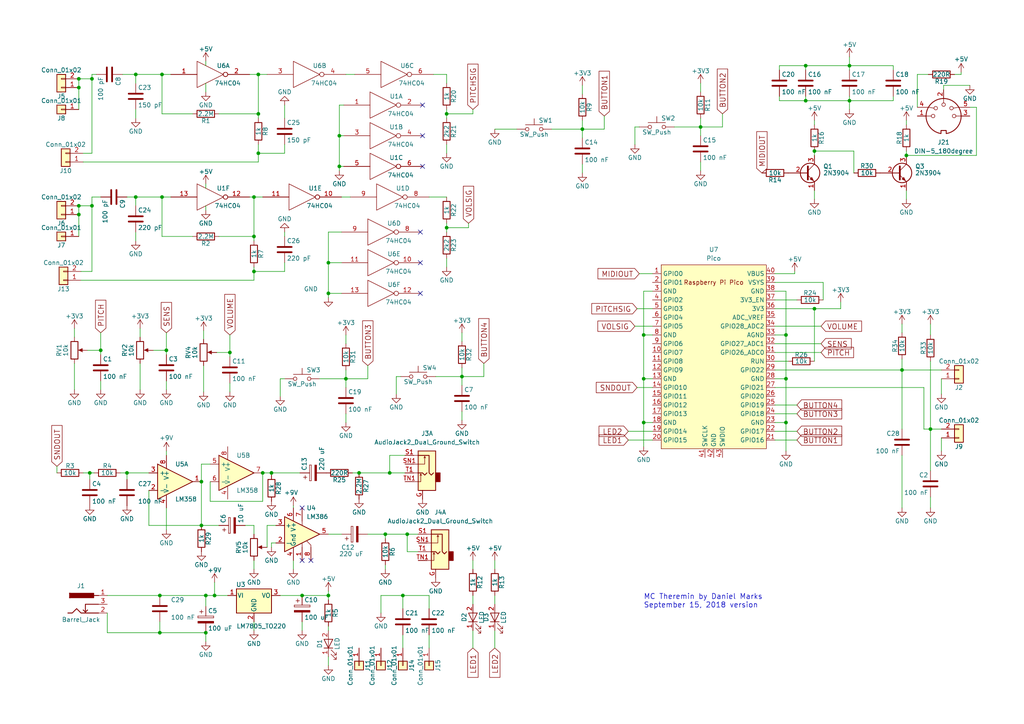
<source format=kicad_sch>
(kicad_sch (version 20230121) (generator eeschema)
  (paper "A4")
  (junction (at 22.86 22.86))
  (junction (at 233.68 19.05))
  (junction (at 129.54 33.02))
  (junction (at 62.23 172.72))
  (junction (at 246.38 19.05))
  (junction (at 22.86 62.23))
  (junction (at 168.91 37.465))
  (junction (at 87.63 172.72))
  (junction (at 227.965 97.155))
  (junction (at 133.985 109.22))
  (junction (at 26.67 59.69))
  (junction (at 73.66 78.74))
  (junction (at 74.93 21.59))
  (junction (at 98.425 39.37))
  (junction (at 59.69 172.72))
  (junction (at 59.69 183.515))
  (junction (at 111.76 154.94))
  (junction (at 98.425 48.26))
  (junction (at 66.675 102.235))
  (junction (at 36.83 137.16))
  (junction (at 129.54 66.04))
  (junction (at 29.21 101.6))
  (junction (at 39.37 57.15))
  (junction (at 26.035 137.16))
  (junction (at 74.93 44.45))
  (junction (at 113.03 137.16))
  (junction (at 95.25 172.72))
  (junction (at 236.22 43.815))
  (junction (at 26.67 22.86))
  (junction (at 95.25 85.09))
  (junction (at 46.99 21.59))
  (junction (at 203.2 36.83))
  (junction (at 73.66 57.15))
  (junction (at 46.99 57.15))
  (junction (at 22.86 59.69))
  (junction (at 227.965 122.555))
  (junction (at 58.42 139.7))
  (junction (at 269.875 124.46))
  (junction (at 48.26 101.6))
  (junction (at 46.355 183.515))
  (junction (at 76.2 137.16))
  (junction (at 186.69 97.155))
  (junction (at 227.965 109.855))
  (junction (at 116.84 172.72))
  (junction (at 262.89 45.085))
  (junction (at 118.11 154.94))
  (junction (at 78.74 137.16))
  (junction (at 95.25 76.2))
  (junction (at 100.33 109.855))
  (junction (at 246.38 29.21))
  (junction (at 46.355 172.72))
  (junction (at 186.69 109.855))
  (junction (at 73.66 68.58))
  (junction (at 236.22 89.535))
  (junction (at 22.86 25.4))
  (junction (at 261.62 107.315))
  (junction (at 74.93 33.02))
  (junction (at 104.14 137.16))
  (junction (at 39.37 21.59))
  (junction (at 233.68 29.21))
  (junction (at 58.42 152.4))
  (junction (at 186.69 122.555))
  (no_connect (at 87.63 147.32))
  (no_connect (at 122.555 30.48))
  (no_connect (at 121.92 76.2))
  (no_connect (at 121.92 67.31))
  (no_connect (at 87.63 162.56))
  (no_connect (at 90.17 162.56))
  (no_connect (at 122.555 39.37))
  (no_connect (at 121.92 85.09))
  (no_connect (at 122.555 48.26))
  (wire (pts (xy 39.37 24.13) (xy 39.37 21.59)))
  (wire (pts (xy 224.79 117.475) (xy 231.14 117.475)))
  (wire (pts (xy 22.86 22.86) (xy 26.67 22.86)))
  (wire (pts (xy 100.33 109.855) (xy 100.33 112.395)))
  (wire (pts (xy 85.09 165.1) (xy 85.09 162.56)))
  (wire (pts (xy 129.54 77.47) (xy 129.54 74.93)))
  (wire (pts (xy 276.86 21.59) (xy 278.765 21.59)))
  (wire (pts (xy 236.22 55.245) (xy 236.22 57.785)))
  (wire (pts (xy 233.68 29.21) (xy 233.68 27.94)))
  (wire (pts (xy 36.83 57.15) (xy 39.37 57.15)))
  (wire (pts (xy 184.15 36.83) (xy 185.42 36.83)))
  (wire (pts (xy 246.38 19.05) (xy 259.08 19.05)))
  (wire (pts (xy 129.54 21.59) (xy 129.54 24.13)))
  (wire (pts (xy 87.63 172.72) (xy 95.25 172.72)))
  (wire (pts (xy 186.69 97.155) (xy 186.69 84.455)))
  (wire (pts (xy 236.22 43.815) (xy 236.22 45.085)))
  (wire (pts (xy 203.2 36.83) (xy 209.55 36.83)))
  (wire (pts (xy 85.09 146.685) (xy 85.09 147.32)))
  (wire (pts (xy 259.08 29.21) (xy 259.08 27.94)))
  (wire (pts (xy 81.28 172.72) (xy 87.63 172.72)))
  (wire (pts (xy 58.42 134.62) (xy 60.96 134.62)))
  (wire (pts (xy 269.875 104.775) (xy 269.875 124.46)))
  (wire (pts (xy 129.54 41.91) (xy 129.54 44.45)))
  (wire (pts (xy 261.62 93.98) (xy 261.62 96.52)))
  (wire (pts (xy 273.05 127) (xy 273.05 130.81)))
  (wire (pts (xy 55.88 33.02) (xy 46.99 33.02)))
  (wire (pts (xy 168.91 34.925) (xy 168.91 37.465)))
  (wire (pts (xy 224.79 127.635) (xy 231.14 127.635)))
  (wire (pts (xy 58.42 139.7) (xy 58.42 152.4)))
  (wire (pts (xy 95.25 85.09) (xy 95.25 86.36)))
  (wire (pts (xy 58.42 139.7) (xy 58.42 134.62)))
  (wire (pts (xy 110.49 172.72) (xy 116.84 172.72)))
  (wire (pts (xy 186.69 109.855) (xy 186.69 97.155)))
  (wire (pts (xy 82.55 78.74) (xy 82.55 76.2)))
  (wire (pts (xy 203.2 24.13) (xy 203.2 26.67)))
  (wire (pts (xy 129.54 66.04) (xy 129.54 67.31)))
  (wire (pts (xy 26.67 22.86) (xy 26.67 44.45)))
  (wire (pts (xy 31.115 183.515) (xy 31.115 177.8)))
  (wire (pts (xy 129.54 64.77) (xy 129.54 66.04)))
  (wire (pts (xy 95.25 76.2) (xy 99.06 76.2)))
  (wire (pts (xy 269.875 124.46) (xy 269.875 136.525)))
  (wire (pts (xy 29.21 101.6) (xy 25.4 101.6)))
  (wire (pts (xy 100.33 120.015) (xy 100.33 122.555)))
  (wire (pts (xy 66.675 102.235) (xy 66.675 103.505)))
  (wire (pts (xy 224.79 81.915) (xy 238.76 81.915)))
  (wire (pts (xy 31.115 172.72) (xy 46.355 172.72)))
  (wire (pts (xy 46.99 68.58) (xy 55.88 68.58)))
  (wire (pts (xy 106.68 109.855) (xy 106.68 106.045)))
  (wire (pts (xy 95.25 172.72) (xy 95.25 173.99)))
  (wire (pts (xy 137.16 162.56) (xy 137.16 165.1)))
  (wire (pts (xy 135.89 64.77) (xy 135.89 66.04)))
  (wire (pts (xy 31.115 183.515) (xy 46.355 183.515)))
  (wire (pts (xy 74.93 21.59) (xy 77.47 21.59)))
  (wire (pts (xy 26.67 57.15) (xy 26.67 59.69)))
  (wire (pts (xy 273.05 109.855) (xy 273.05 114.3)))
  (wire (pts (xy 278.765 21.59) (xy 278.765 20.955)))
  (wire (pts (xy 226.06 20.32) (xy 226.06 19.05)))
  (wire (pts (xy 129.54 33.02) (xy 129.54 34.29)))
  (wire (pts (xy 48.26 101.6) (xy 48.26 102.87)))
  (wire (pts (xy 186.69 84.455) (xy 189.23 84.455)))
  (wire (pts (xy 26.035 137.16) (xy 27.305 137.16)))
  (wire (pts (xy 36.83 137.16) (xy 34.925 137.16)))
  (wire (pts (xy 81.28 109.855) (xy 81.28 114.935)))
  (wire (pts (xy 224.79 79.375) (xy 230.505 79.375)))
  (wire (pts (xy 35.56 21.59) (xy 39.37 21.59)))
  (wire (pts (xy 82.55 44.45) (xy 82.55 41.91)))
  (wire (pts (xy 195.58 36.83) (xy 203.2 36.83)))
  (wire (pts (xy 168.91 37.465) (xy 175.26 37.465)))
  (wire (pts (xy 133.985 109.22) (xy 140.335 109.22)))
  (wire (pts (xy 233.68 20.32) (xy 233.68 19.05)))
  (wire (pts (xy 26.67 59.69) (xy 26.67 78.74)))
  (wire (pts (xy 74.93 46.99) (xy 74.93 44.45)))
  (wire (pts (xy 98.425 30.48) (xy 98.425 39.37)))
  (wire (pts (xy 259.08 19.05) (xy 259.08 20.32)))
  (wire (pts (xy 124.46 184.15) (xy 124.46 187.96)))
  (wire (pts (xy 262.89 45.085) (xy 283.21 45.085)))
  (wire (pts (xy 29.21 110.49) (xy 29.21 113.03)))
  (wire (pts (xy 224.79 125.095) (xy 231.14 125.095)))
  (wire (pts (xy 247.65 43.815) (xy 247.65 50.165)))
  (wire (pts (xy 21.59 95.25) (xy 21.59 97.79)))
  (wire (pts (xy 267.97 124.46) (xy 267.97 112.395)))
  (wire (pts (xy 48.26 130.81) (xy 48.26 132.08)))
  (wire (pts (xy 16.51 135.255) (xy 16.51 137.16)))
  (wire (pts (xy 77.47 152.4) (xy 80.01 152.4)))
  (wire (pts (xy 227.965 109.855) (xy 227.965 97.155)))
  (wire (pts (xy 236.22 89.535) (xy 236.22 104.775)))
  (wire (pts (xy 78.74 157.48) (xy 80.01 157.48)))
  (wire (pts (xy 95.25 193.04) (xy 95.25 190.5)))
  (wire (pts (xy 246.38 27.94) (xy 246.38 29.21)))
  (wire (pts (xy 246.38 29.21) (xy 246.38 31.75)))
  (wire (pts (xy 100.33 97.155) (xy 100.33 99.695)))
  (wire (pts (xy 59.69 24.13) (xy 59.69 26.67)))
  (wire (pts (xy 133.985 106.68) (xy 133.985 109.22)))
  (wire (pts (xy 22.86 59.69) (xy 26.67 59.69)))
  (wire (pts (xy 62.23 172.72) (xy 66.04 172.72)))
  (wire (pts (xy 73.66 81.28) (xy 73.66 78.74)))
  (wire (pts (xy 74.93 44.45) (xy 74.93 41.91)))
  (wire (pts (xy 73.66 68.58) (xy 73.66 69.85)))
  (wire (pts (xy 23.495 81.28) (xy 73.66 81.28)))
  (wire (pts (xy 226.06 27.94) (xy 226.06 29.21)))
  (wire (pts (xy 124.46 172.72) (xy 124.46 176.53)))
  (wire (pts (xy 186.69 97.155) (xy 189.23 97.155)))
  (wire (pts (xy 186.69 129.54) (xy 186.69 122.555)))
  (wire (pts (xy 110.49 177.8) (xy 110.49 172.72)))
  (wire (pts (xy 40.64 95.25) (xy 40.64 97.79)))
  (wire (pts (xy 39.37 57.15) (xy 39.37 59.69)))
  (wire (pts (xy 184.15 36.83) (xy 184.15 41.91)))
  (wire (pts (xy 98.425 30.48) (xy 99.695 30.48)))
  (wire (pts (xy 46.99 21.59) (xy 46.99 33.02)))
  (wire (pts (xy 186.69 122.555) (xy 186.69 109.855)))
  (wire (pts (xy 82.55 67.31) (xy 82.55 68.58)))
  (wire (pts (xy 39.37 67.31) (xy 39.37 69.85)))
  (wire (pts (xy 63.5 33.02) (xy 74.93 33.02)))
  (wire (pts (xy 48.26 110.49) (xy 48.26 113.03)))
  (wire (pts (xy 238.76 81.915) (xy 238.76 86.995)))
  (wire (pts (xy 114.935 109.22) (xy 114.935 114.3)))
  (wire (pts (xy 168.91 47.625) (xy 168.91 50.165)))
  (wire (pts (xy 224.79 104.775) (xy 228.6 104.775)))
  (wire (pts (xy 82.55 30.48) (xy 82.55 34.29)))
  (wire (pts (xy 186.69 109.855) (xy 189.23 109.855)))
  (wire (pts (xy 269.875 124.46) (xy 267.97 124.46)))
  (wire (pts (xy 48.26 101.6) (xy 44.45 101.6)))
  (wire (pts (xy 262.89 55.245) (xy 262.89 57.785)))
  (wire (pts (xy 116.84 172.72) (xy 124.46 172.72)))
  (wire (pts (xy 29.21 57.15) (xy 26.67 57.15)))
  (wire (pts (xy 74.93 44.45) (xy 82.55 44.45)))
  (wire (pts (xy 43.18 152.4) (xy 58.42 152.4)))
  (wire (pts (xy 246.38 29.21) (xy 259.08 29.21)))
  (wire (pts (xy 60.96 145.415) (xy 76.2 145.415)))
  (wire (pts (xy 269.875 144.145) (xy 269.875 147.32)))
  (wire (pts (xy 46.355 183.515) (xy 59.69 183.515)))
  (wire (pts (xy 59.055 95.885) (xy 59.055 98.425)))
  (wire (pts (xy 133.985 96.52) (xy 133.985 99.06)))
  (wire (pts (xy 143.51 187.96) (xy 143.51 182.88)))
  (wire (pts (xy 66.675 97.155) (xy 66.675 102.235)))
  (wire (pts (xy 273.685 26.035) (xy 273.685 24.765)))
  (wire (pts (xy 224.79 89.535) (xy 236.22 89.535)))
  (wire (pts (xy 21.59 113.03) (xy 21.59 105.41)))
  (wire (pts (xy 175.26 37.465) (xy 175.26 33.655)))
  (wire (pts (xy 59.69 172.72) (xy 62.23 172.72)))
  (wire (pts (xy 266.065 21.59) (xy 269.24 21.59)))
  (wire (pts (xy 137.16 31.75) (xy 137.16 33.02)))
  (wire (pts (xy 233.68 19.05) (xy 246.38 19.05)))
  (wire (pts (xy 113.03 132.08) (xy 117.475 132.08)))
  (wire (pts (xy 143.51 162.56) (xy 143.51 165.1)))
  (wire (pts (xy 203.2 34.29) (xy 203.2 36.83)))
  (wire (pts (xy 60.96 139.7) (xy 60.96 145.415)))
  (wire (pts (xy 26.035 137.16) (xy 24.13 137.16)))
  (wire (pts (xy 40.64 113.03) (xy 40.64 105.41)))
  (wire (pts (xy 203.2 46.99) (xy 203.2 49.53)))
  (wire (pts (xy 261.62 104.14) (xy 261.62 107.315)))
  (wire (pts (xy 27.94 21.59) (xy 26.67 21.59)))
  (wire (pts (xy 102.235 137.16) (xy 104.14 137.16)))
  (wire (pts (xy 209.55 36.83) (xy 209.55 33.02)))
  (wire (pts (xy 283.21 31.115) (xy 283.21 45.085)))
  (wire (pts (xy 111.76 154.94) (xy 111.76 156.21)))
  (wire (pts (xy 261.62 107.315) (xy 261.62 124.46)))
  (wire (pts (xy 185.42 79.375) (xy 189.23 79.375)))
  (wire (pts (xy 73.66 68.58) (xy 63.5 68.58)))
  (wire (pts (xy 99.06 154.94) (xy 95.25 154.94)))
  (wire (pts (xy 113.03 137.16) (xy 113.03 132.08)))
  (wire (pts (xy 137.16 33.02) (xy 129.54 33.02)))
  (wire (pts (xy 111.76 163.83) (xy 111.76 165.1)))
  (wire (pts (xy 224.79 99.695) (xy 238.125 99.695)))
  (wire (pts (xy 74.93 21.59) (xy 74.93 33.02)))
  (wire (pts (xy 22.86 25.4) (xy 22.86 31.75)))
  (wire (pts (xy 46.99 21.59) (xy 49.53 21.59)))
  (wire (pts (xy 133.985 119.38) (xy 133.985 121.92)))
  (wire (pts (xy 59.055 113.665) (xy 59.055 106.045)))
  (wire (pts (xy 74.93 33.02) (xy 74.93 34.29)))
  (wire (pts (xy 46.355 172.72) (xy 59.69 172.72)))
  (wire (pts (xy 29.21 101.6) (xy 29.21 102.87)))
  (wire (pts (xy 224.79 86.995) (xy 231.14 86.995)))
  (wire (pts (xy 246.38 19.05) (xy 246.38 20.32)))
  (wire (pts (xy 182.245 125.095) (xy 189.23 125.095)))
  (wire (pts (xy 230.505 78.74) (xy 230.505 79.375)))
  (wire (pts (xy 59.69 17.78) (xy 59.69 19.05)))
  (wire (pts (xy 184.15 94.615) (xy 189.23 94.615)))
  (wire (pts (xy 59.69 53.34) (xy 59.69 54.61)))
  (wire (pts (xy 262.89 34.925) (xy 262.89 36.195)))
  (wire (pts (xy 111.76 154.94) (xy 118.11 154.94)))
  (wire (pts (xy 168.91 37.465) (xy 168.91 40.005)))
  (wire (pts (xy 125.73 21.59) (xy 129.54 21.59)))
  (wire (pts (xy 140.335 109.22) (xy 140.335 105.41)))
  (wire (pts (xy 95.25 76.2) (xy 95.25 85.09)))
  (wire (pts (xy 224.79 112.395) (xy 267.97 112.395)))
  (wire (pts (xy 184.785 112.395) (xy 189.23 112.395)))
  (wire (pts (xy 98.425 48.26) (xy 99.695 48.26)))
  (wire (pts (xy 203.2 36.83) (xy 203.2 39.37)))
  (wire (pts (xy 71.12 152.4) (xy 73.66 152.4)))
  (wire (pts (xy 24.13 46.99) (xy 74.93 46.99)))
  (wire (pts (xy 95.25 67.31) (xy 95.25 76.2)))
  (wire (pts (xy 95.25 67.31) (xy 99.06 67.31)))
  (wire (pts (xy 224.79 94.615) (xy 238.125 94.615)))
  (wire (pts (xy 100.33 21.59) (xy 102.87 21.59)))
  (wire (pts (xy 226.06 19.05) (xy 233.68 19.05)))
  (wire (pts (xy 73.66 182.88) (xy 73.66 180.34)))
  (wire (pts (xy 106.68 154.94) (xy 111.76 154.94)))
  (wire (pts (xy 224.79 102.235) (xy 238.125 102.235)))
  (wire (pts (xy 104.14 137.16) (xy 113.03 137.16)))
  (wire (pts (xy 78.74 137.16) (xy 86.995 137.16)))
  (wire (pts (xy 236.22 43.815) (xy 247.65 43.815)))
  (wire (pts (xy 160.02 37.465) (xy 168.91 37.465)))
  (wire (pts (xy 100.33 107.315) (xy 100.33 109.855)))
  (wire (pts (xy 36.83 139.065) (xy 36.83 137.16)))
  (wire (pts (xy 39.37 21.59) (xy 46.99 21.59)))
  (wire (pts (xy 73.66 78.74) (xy 82.55 78.74)))
  (wire (pts (xy 226.06 29.21) (xy 233.68 29.21)))
  (wire (pts (xy 72.39 21.59) (xy 74.93 21.59)))
  (wire (pts (xy 262.89 43.815) (xy 262.89 45.085)))
  (wire (pts (xy 246.38 16.51) (xy 246.38 19.05)))
  (wire (pts (xy 24.13 44.45) (xy 26.67 44.45)))
  (wire (pts (xy 227.965 122.555) (xy 227.965 109.855)))
  (wire (pts (xy 116.84 172.72) (xy 116.84 176.53)))
  (wire (pts (xy 137.16 172.72) (xy 137.16 175.26)))
  (wire (pts (xy 73.66 57.15) (xy 76.2 57.15)))
  (wire (pts (xy 66.675 111.125) (xy 66.675 113.665)))
  (wire (pts (xy 98.425 39.37) (xy 99.695 39.37)))
  (wire (pts (xy 66.675 102.235) (xy 62.865 102.235)))
  (wire (pts (xy 73.66 165.1) (xy 73.66 162.56)))
  (wire (pts (xy 261.62 132.08) (xy 261.62 147.32)))
  (wire (pts (xy 72.39 57.15) (xy 73.66 57.15)))
  (wire (pts (xy 76.2 145.415) (xy 76.2 137.16)))
  (wire (pts (xy 59.69 172.72) (xy 59.69 175.895)))
  (wire (pts (xy 224.79 122.555) (xy 227.965 122.555)))
  (wire (pts (xy 73.66 77.47) (xy 73.66 78.74)))
  (wire (pts (xy 100.33 109.855) (xy 106.68 109.855)))
  (wire (pts (xy 273.685 24.765) (xy 281.305 24.765)))
  (wire (pts (xy 29.21 96.52) (xy 29.21 101.6)))
  (wire (pts (xy 62.23 172.72) (xy 62.23 168.91)))
  (wire (pts (xy 113.03 137.16) (xy 117.475 137.16)))
  (wire (pts (xy 39.37 31.75) (xy 39.37 34.29)))
  (wire (pts (xy 266.065 31.115) (xy 266.065 21.59)))
  (wire (pts (xy 22.86 22.86) (xy 22.86 25.4)))
  (wire (pts (xy 227.965 130.81) (xy 227.965 122.555)))
  (wire (pts (xy 87.63 180.34) (xy 87.63 182.88)))
  (wire (pts (xy 269.875 93.98) (xy 269.875 97.155)))
  (wire (pts (xy 98.425 39.37) (xy 98.425 48.26)))
  (wire (pts (xy 95.25 85.09) (xy 99.06 85.09)))
  (wire (pts (xy 59.69 59.69) (xy 59.69 60.96)))
  (wire (pts (xy 46.355 180.34) (xy 46.355 183.515)))
  (wire (pts (xy 182.245 127.635) (xy 189.23 127.635)))
  (wire (pts (xy 233.68 29.21) (xy 246.38 29.21)))
  (wire (pts (xy 184.785 89.535) (xy 189.23 89.535)))
  (wire (pts (xy 78.74 158.75) (xy 78.74 157.48)))
  (wire (pts (xy 77.47 158.75) (xy 77.47 152.4)))
  (wire (pts (xy 118.11 160.02) (xy 121.285 160.02)))
  (wire (pts (xy 73.66 57.15) (xy 73.66 68.58)))
  (wire (pts (xy 63.5 152.4) (xy 58.42 152.4)))
  (wire (pts (xy 73.66 152.4) (xy 73.66 154.94)))
  (wire (pts (xy 124.46 57.15) (xy 129.54 57.15)))
  (wire (pts (xy 59.69 183.515) (xy 59.69 186.055)))
  (wire (pts (xy 129.54 31.75) (xy 129.54 33.02)))
  (wire (pts (xy 143.51 172.72) (xy 143.51 175.26)))
  (wire (pts (xy 22.86 59.69) (xy 22.86 62.23)))
  (wire (pts (xy 78.74 137.16) (xy 78.74 137.795)))
  (wire (pts (xy 39.37 57.15) (xy 46.99 57.15)))
  (wire (pts (xy 92.71 109.855) (xy 100.33 109.855)))
  (wire (pts (xy 261.62 107.315) (xy 273.05 107.315)))
  (wire (pts (xy 99.06 57.15) (xy 101.6 57.15)))
  (wire (pts (xy 114.935 109.22) (xy 116.205 109.22)))
  (wire (pts (xy 98.425 48.26) (xy 98.425 49.53)))
  (wire (pts (xy 273.05 124.46) (xy 269.875 124.46)))
  (wire (pts (xy 26.67 21.59) (xy 26.67 22.86)))
  (wire (pts (xy 46.99 57.15) (xy 46.99 68.58)))
  (wire (pts (xy 46.99 57.15) (xy 49.53 57.15)))
  (wire (pts (xy 126.365 109.22) (xy 133.985 109.22)))
  (wire (pts (xy 43.18 142.24) (xy 43.18 152.4)))
  (wire (pts (xy 26.035 137.16) (xy 26.035 139.065)))
  (wire (pts (xy 227.965 84.455) (xy 224.79 84.455)))
  (wire (pts (xy 281.305 31.115) (xy 283.21 31.115)))
  (wire (pts (xy 22.86 62.23) (xy 22.86 68.58)))
  (wire (pts (xy 81.28 109.855) (xy 82.55 109.855)))
  (wire (pts (xy 36.83 137.16) (xy 43.18 137.16)))
  (wire (pts (xy 48.26 96.52) (xy 48.26 101.6)))
  (wire (pts (xy 243.84 89.535) (xy 243.84 87.63)))
  (wire (pts (xy 116.84 184.15) (xy 116.84 187.96)))
  (wire (pts (xy 236.22 34.925) (xy 236.22 36.195)))
  (wire (pts (xy 135.89 66.04) (xy 129.54 66.04)))
  (wire (pts (xy 227.965 97.155) (xy 227.965 84.455)))
  (wire (pts (xy 224.79 107.315) (xy 261.62 107.315)))
  (wire (pts (xy 76.2 137.16) (xy 78.74 137.16)))
  (wire (pts (xy 186.69 122.555) (xy 189.23 122.555)))
  (wire (pts (xy 95.25 181.61) (xy 95.25 182.88)))
  (wire (pts (xy 95.25 171.45) (xy 95.25 172.72)))
  (wire (pts (xy 118.11 154.94) (xy 121.285 154.94)))
  (wire (pts (xy 137.16 187.96) (xy 137.16 182.88)))
  (wire (pts (xy 133.985 109.22) (xy 133.985 111.76)))
  (wire (pts (xy 143.51 37.465) (xy 149.86 37.465)))
  (wire (pts (xy 224.79 109.855) (xy 227.965 109.855)))
  (wire (pts (xy 236.22 89.535) (xy 243.84 89.535)))
  (wire (pts (xy 118.11 154.94) (xy 118.11 160.02)))
  (wire (pts (xy 224.79 97.155) (xy 227.965 97.155)))
  (wire (pts (xy 224.79 120.015) (xy 231.14 120.015)))
  (wire (pts (xy 48.26 153.67) (xy 48.26 147.32)))
  (wire (pts (xy 168.91 24.765) (xy 168.91 27.305)))
  (wire (pts (xy 23.495 78.74) (xy 26.67 78.74)))
  (text "MC Theremin by Daniel Marks\nSeptember 15, 2018 version" (at 186.69 176.53 0) (effects (font (size 1.524 1.524)) (justify left bottom)))
  (global_label "BUTTON1" (shape input) (at 231.14 127.635 0) (effects (font (size 1.524 1.524))) (property "Intersheetrefs" "${INTERSHEET_REFS}" (effects hide)))
  (global_label "BUTTON3" (shape input) (at 231.14 120.015 0) (effects (font (size 1.524 1.524))) (property "Intersheetrefs" "${INTERSHEET_REFS}" (effects hide)))
  (global_label "PITCH" (shape input) (at 238.125 102.235 0) (effects (font (size 1.524 1.524))) (property "Intersheetrefs" "${INTERSHEET_REFS}" (effects hide)))
  (global_label "BUTTON2" (shape input) (at 231.14 125.095 0) (effects (font (size 1.524 1.524))) (property "Intersheetrefs" "${INTERSHEET_REFS}" (effects hide)))
  (global_label "SNDOUT" (shape input) (at 184.785 112.395 180) (effects (font (size 1.524 1.524))) (property "Intersheetrefs" "${INTERSHEET_REFS}" (effects hide)))
  (global_label "BUTTON4" (shape input) (at 140.335 105.41 90) (effects (font (size 1.524 1.524))) (property "Intersheetrefs" "${INTERSHEET_REFS}" (effects hide)))
  (global_label "SNDOUT" (shape input) (at 16.51 135.255 90) (effects (font (size 1.524 1.524))) (property "Intersheetrefs" "${INTERSHEET_REFS}" (effects hide)))
  (global_label "MIDIOUT" (shape input) (at 220.98 50.165 90) (effects (font (size 1.524 1.524))) (property "Intersheetrefs" "${INTERSHEET_REFS}" (effects hide)))
  (global_label "VOLUME" (shape input) (at 66.675 97.155 90) (effects (font (size 1.524 1.524))) (property "Intersheetrefs" "${INTERSHEET_REFS}" (effects hide)))
  (global_label "VOLSIG" (shape input) (at 184.15 94.615 180) (effects (font (size 1.524 1.524))) (property "Intersheetrefs" "${INTERSHEET_REFS}" (effects hide)))
  (global_label "SENS" (shape input) (at 238.125 99.695 0) (effects (font (size 1.524 1.524))) (property "Intersheetrefs" "${INTERSHEET_REFS}" (effects hide)))
  (global_label "PITCH" (shape input) (at 29.21 96.52 90) (effects (font (size 1.524 1.524))) (property "Intersheetrefs" "${INTERSHEET_REFS}" (effects hide)))
  (global_label "VOLSIG" (shape input) (at 135.89 64.77 90) (effects (font (size 1.524 1.524))) (property "Intersheetrefs" "${INTERSHEET_REFS}" (effects hide)))
  (global_label "PITCHSIG" (shape input) (at 137.16 31.75 90) (effects (font (size 1.524 1.524))) (property "Intersheetrefs" "${INTERSHEET_REFS}" (effects hide)))
  (global_label "VOLUME" (shape input) (at 238.125 94.615 0) (effects (font (size 1.524 1.524))) (property "Intersheetrefs" "${INTERSHEET_REFS}" (effects hide)))
  (global_label "BUTTON4" (shape input) (at 231.14 117.475 0) (effects (font (size 1.524 1.524))) (property "Intersheetrefs" "${INTERSHEET_REFS}" (effects hide)))
  (global_label "LED1" (shape input) (at 137.16 187.96 270) (effects (font (size 1.524 1.524))) (property "Intersheetrefs" "${INTERSHEET_REFS}" (effects hide)))
  (global_label "PITCHSIG" (shape input) (at 184.785 89.535 180) (effects (font (size 1.524 1.524))) (property "Intersheetrefs" "${INTERSHEET_REFS}" (effects hide)))
  (global_label "SENS" (shape input) (at 48.26 96.52 90) (effects (font (size 1.524 1.524))) (property "Intersheetrefs" "${INTERSHEET_REFS}" (effects hide)))
  (global_label "LED2" (shape input) (at 143.51 187.96 270) (effects (font (size 1.524 1.524))) (property "Intersheetrefs" "${INTERSHEET_REFS}" (effects hide)))
  (global_label "LED1" (shape input) (at 182.245 127.635 180) (effects (font (size 1.524 1.524))) (property "Intersheetrefs" "${INTERSHEET_REFS}" (effects hide)))
  (global_label "BUTTON1" (shape input) (at 175.26 33.655 90) (effects (font (size 1.524 1.524))) (property "Intersheetrefs" "${INTERSHEET_REFS}" (effects hide)))
  (global_label "BUTTON3" (shape input) (at 106.68 106.045 90) (effects (font (size 1.524 1.524))) (property "Intersheetrefs" "${INTERSHEET_REFS}" (effects hide)))
  (global_label "LED2" (shape input) (at 182.245 125.095 180) (effects (font (size 1.524 1.524))) (property "Intersheetrefs" "${INTERSHEET_REFS}" (effects hide)))
  (global_label "MIDIOUT" (shape input) (at 185.42 79.375 180) (effects (font (size 1.524 1.524))) (property "Intersheetrefs" "${INTERSHEET_REFS}" (effects hide)))
  (global_label "BUTTON2" (shape input) (at 209.55 33.02 90) (effects (font (size 1.524 1.524))) (property "Intersheetrefs" "${INTERSHEET_REFS}" (effects hide)))
  (symbol (lib_id "MCTheremin-rescue:74HC04") (at 111.125 30.48 0) (unit 1)
    (property "Reference" "U1" (at 114.935 27.94 0))
    (property "Value" "74HC04" (at 116.205 33.02 0))
    (property "Footprint" "Housings_DIP:DIP-14_W7.62mm_Socket" (effects hide))
  )
  (symbol (lib_id "MCTheremin-rescue:74HC04") (at 111.125 48.26 0) (unit 3)
    (property "Reference" "U1" (at 114.935 45.72 0))
    (property "Value" "74HC04" (at 116.205 50.8 0))
    (property "Footprint" "Housings_DIP:DIP-14_W7.62mm_Socket" (effects hide))
  )
  (symbol (lib_id "MCTheremin-rescue:74HC04") (at 87.63 57.15 0) (unit 5)
    (property "Reference" "U1" (at 91.44 54.61 0))
    (property "Value" "74HC04" (at 92.71 59.69 0))
    (property "Footprint" "Housings_DIP:DIP-14_W7.62mm_Socket" (effects hide))
  )
  (symbol (lib_id "MCTheremin-rescue:74HC04") (at 111.125 39.37 0) (unit 2)
    (property "Reference" "U1" (at 114.935 36.83 0))
    (property "Value" "74HC04" (at 116.205 41.91 0))
    (property "Footprint" "Housings_DIP:DIP-14_W7.62mm_Socket" (effects hide))
  )
  (symbol (lib_id "MCTheremin-rescue:74HC04") (at 113.03 57.15 0) (unit 4)
    (property "Reference" "U1" (at 116.84 54.61 0))
    (property "Value" "74HC04" (at 118.11 59.69 0))
    (property "Footprint" "Housings_DIP:DIP-14_W7.62mm_Socket" (effects hide))
  )
  (symbol (lib_id "MCTheremin-rescue:74HC04") (at 60.96 57.15 0) (unit 6)
    (property "Reference" "U1" (at 64.77 54.61 0))
    (property "Value" "74HC04" (at 66.04 59.69 0))
    (property "Footprint" "Housings_DIP:DIP-14_W7.62mm_Socket" (effects hide))
  )
  (symbol (lib_id "MCTheremin-rescue:Conn_01x02") (at 17.78 25.4 180) (unit 1)
    (property "Reference" "J5" (at 17.78 27.94 0))
    (property "Value" "Conn_01x02" (at 17.78 20.32 0))
    (property "Footprint" "TerminalBlock:TerminalBlock_bornier-2_P5.08mm" (effects hide))
  )
  (symbol (lib_id "MCTheremin-rescue:Conn_01x02") (at 17.78 62.23 180) (unit 1)
    (property "Reference" "J6" (at 17.78 64.77 0))
    (property "Value" "Conn_01x02" (at 17.78 57.15 0))
    (property "Footprint" "TerminalBlock:TerminalBlock_bornier-2_P5.08mm" (effects hide))
  )
  (symbol (lib_id "MCTheremin-rescue:POT") (at 21.59 101.6 0) (unit 1)
    (property "Reference" "RV1" (at 17.145 101.6 90))
    (property "Value" "10k" (at 19.05 101.6 90))
    (property "Footprint" "MCTheremin:Potentiometer_Big_Small_Combined" (effects hide))
  )
  (symbol (lib_id "MCTheremin-rescue:+3V3") (at 21.59 95.25 0) (unit 1)
    (property "Reference" "#PWR04" (effects hide))
    (property "Value" "+3V3" (at 21.59 91.694 0))
  )
  (symbol (lib_id "MCTheremin-rescue:GND") (at 21.59 113.03 0) (unit 1)
    (property "Reference" "#PWR05" (effects hide))
    (property "Value" "GND" (at 21.59 116.84 0))
  )
  (symbol (lib_id "MCTheremin-rescue:C") (at 29.21 106.68 0) (unit 1)
    (property "Reference" "C1" (at 29.845 104.14 0) (effects (justify left)))
    (property "Value" "100 nF" (at 29.845 109.22 0) (effects (justify left)))
    (property "Footprint" "Capacitors_THT:C_Disc_D5.0mm_W2.5mm_P5.00mm" (effects hide))
  )
  (symbol (lib_id "MCTheremin-rescue:GND") (at 29.21 113.03 0) (unit 1)
    (property "Reference" "#PWR06" (effects hide))
    (property "Value" "GND" (at 29.21 116.84 0))
  )
  (symbol (lib_id "MCTheremin-rescue:POT") (at 40.64 101.6 0) (unit 1)
    (property "Reference" "RV2" (at 36.195 101.6 90))
    (property "Value" "10k" (at 38.1 101.6 90))
    (property "Footprint" "MCTheremin:Potentiometer_Big_Small_Combined" (effects hide))
  )
  (symbol (lib_id "MCTheremin-rescue:+3V3") (at 40.64 95.25 0) (unit 1)
    (property "Reference" "#PWR07" (effects hide))
    (property "Value" "+3V3" (at 40.64 91.694 0))
  )
  (symbol (lib_id "MCTheremin-rescue:GND") (at 40.64 113.03 0) (unit 1)
    (property "Reference" "#PWR08" (effects hide))
    (property "Value" "GND" (at 40.64 116.84 0))
  )
  (symbol (lib_id "MCTheremin-rescue:C") (at 48.26 106.68 0) (unit 1)
    (property "Reference" "C3" (at 48.895 104.14 0) (effects (justify left)))
    (property "Value" "100 nF" (at 48.895 109.22 0) (effects (justify left)))
    (property "Footprint" "Capacitors_THT:C_Disc_D5.0mm_W2.5mm_P5.00mm" (effects hide))
  )
  (symbol (lib_id "MCTheremin-rescue:GND") (at 48.26 113.03 0) (unit 1)
    (property "Reference" "#PWR09" (effects hide))
    (property "Value" "GND" (at 48.26 116.84 0))
  )
  (symbol (lib_id "MCTheremin-rescue:POT") (at 59.055 102.235 0) (unit 1)
    (property "Reference" "RV4" (at 54.61 102.235 90))
    (property "Value" "10k" (at 56.515 102.235 90))
    (property "Footprint" "MCTheremin:Potentiometer_Big_Small_Combined" (effects hide))
  )
  (symbol (lib_id "MCTheremin-rescue:+3V3") (at 59.055 95.885 0) (unit 1)
    (property "Reference" "#PWR013" (effects hide))
    (property "Value" "+3V3" (at 59.055 92.329 0))
  )
  (symbol (lib_id "MCTheremin-rescue:GND") (at 59.055 113.665 0) (unit 1)
    (property "Reference" "#PWR014" (effects hide))
    (property "Value" "GND" (at 59.055 117.475 0))
  )
  (symbol (lib_id "MCTheremin-rescue:C") (at 66.675 107.315 0) (unit 1)
    (property "Reference" "C11" (at 67.31 104.775 0) (effects (justify left)))
    (property "Value" "100 nF" (at 67.31 109.855 0) (effects (justify left)))
    (property "Footprint" "Capacitors_THT:C_Disc_D5.0mm_W2.5mm_P5.00mm" (effects hide))
  )
  (symbol (lib_id "MCTheremin-rescue:GND") (at 66.675 113.665 0) (unit 1)
    (property "Reference" "#PWR015" (effects hide))
    (property "Value" "GND" (at 66.675 117.475 0))
  )
  (symbol (lib_id "MCTheremin-rescue:LM386") (at 87.63 154.94 0) (unit 1)
    (property "Reference" "U4" (at 88.9 147.32 0) (effects (justify left)))
    (property "Value" "LM386" (at 88.9 149.86 0) (effects (justify left)))
    (property "Footprint" "Housings_DIP:DIP-8_W7.62mm_Socket" (effects hide))
  )
  (symbol (lib_id "MCTheremin-rescue:CP") (at 67.31 152.4 90) (unit 1)
    (property "Reference" "C6" (at 64.77 151.765 0) (effects (justify left)))
    (property "Value" "10 uF" (at 69.85 151.765 0) (effects (justify left)))
    (property "Footprint" "Capacitor_THT:CP_Radial_D5.0mm_P2.50mm" (effects hide))
  )
  (symbol (lib_id "MCTheremin-rescue:GND") (at 73.66 165.1 0) (unit 1)
    (property "Reference" "#PWR018" (effects hide))
    (property "Value" "GND" (at 73.66 168.91 0))
  )
  (symbol (lib_id "MCTheremin-rescue:GND") (at 78.74 158.75 0) (unit 1)
    (property "Reference" "#PWR019" (effects hide))
    (property "Value" "GND" (at 78.74 162.56 0))
  )
  (symbol (lib_id "MCTheremin-rescue:GND") (at 85.09 165.1 0) (unit 1)
    (property "Reference" "#PWR020" (effects hide))
    (property "Value" "GND" (at 85.09 168.91 0))
  )
  (symbol (lib_id "MCTheremin-rescue:+9V") (at 85.09 146.685 0) (unit 1)
    (property "Reference" "#PWR021" (effects hide))
    (property "Value" "+9V" (at 84.455 142.875 0))
  )
  (symbol (lib_id "MCTheremin-rescue:CP") (at 102.87 154.94 90) (unit 1)
    (property "Reference" "C12" (at 102.87 158.75 90) (effects (justify left)))
    (property "Value" "220 uF" (at 105.41 160.655 90) (effects (justify left)))
    (property "Footprint" "Capacitor_THT:CP_Radial_D5.0mm_P2.50mm" (effects hide))
  )
  (symbol (lib_id "MCTheremin-rescue:Barrel_Jack") (at 23.495 175.26 0) (unit 1)
    (property "Reference" "J1" (at 23.495 169.926 0))
    (property "Value" "Barrel_Jack" (at 23.495 179.705 0))
    (property "Footprint" "Connectors:BARREL_JACK" (effects hide))
  )
  (symbol (lib_id "MCTheremin-rescue:CP") (at 59.69 179.705 0) (unit 1)
    (property "Reference" "C5" (at 60.325 177.165 0) (effects (justify left)))
    (property "Value" "100 uF" (at 60.325 182.245 0) (effects (justify left)))
    (property "Footprint" "Capacitor_THT:CP_Radial_D5.0mm_P2.50mm" (effects hide))
  )
  (symbol (lib_id "MCTheremin-rescue:GND") (at 59.69 186.055 0) (unit 1)
    (property "Reference" "#PWR024" (effects hide))
    (property "Value" "GND" (at 59.69 189.865 0))
  )
  (symbol (lib_id "MCTheremin-rescue:LM7805_TO220") (at 73.66 172.72 0) (unit 1)
    (property "Reference" "U3" (at 69.85 169.545 0))
    (property "Value" "LM7805_TO220" (at 68.58 181.61 0) (effects (justify left)))
    (property "Footprint" "TO_SOT_Packages_THT:TO-220-3_Vertical" (effects hide))
  )
  (symbol (lib_id "MCTheremin-rescue:GND") (at 73.66 182.88 0) (unit 1)
    (property "Reference" "#PWR025" (effects hide))
    (property "Value" "GND" (at 73.66 186.69 0))
  )
  (symbol (lib_id "MCTheremin-rescue:CP") (at 87.63 176.53 0) (unit 1)
    (property "Reference" "C10" (at 88.265 173.99 0) (effects (justify left)))
    (property "Value" "100 uF" (at 88.265 179.07 0) (effects (justify left)))
    (property "Footprint" "Capacitor_THT:CP_Radial_D5.0mm_P2.50mm" (effects hide))
  )
  (symbol (lib_id "MCTheremin-rescue:GND") (at 87.63 182.88 0) (unit 1)
    (property "Reference" "#PWR026" (effects hide))
    (property "Value" "GND" (at 87.63 186.69 0))
  )
  (symbol (lib_id "MCTheremin-rescue:+9V") (at 62.23 168.91 0) (unit 1)
    (property "Reference" "#PWR027" (effects hide))
    (property "Value" "+9V" (at 62.23 165.354 0))
  )
  (symbol (lib_id "MCTheremin-rescue:+5V") (at 95.25 171.45 0) (unit 1)
    (property "Reference" "#PWR028" (effects hide))
    (property "Value" "+5V" (at 95.25 167.894 0))
  )
  (symbol (lib_id "MCTheremin-rescue:R") (at 95.25 177.8 0) (unit 1)
    (property "Reference" "R5" (at 97.282 177.8 90))
    (property "Value" "1k" (at 95.25 177.8 90))
    (property "Footprint" "Resistor_THT:R_Axial_DIN0207_L6.3mm_D2.5mm_P7.62mm_Horizontal" (effects hide))
  )
  (symbol (lib_id "MCTheremin-rescue:LED") (at 95.25 186.69 90) (unit 1)
    (property "Reference" "D1" (at 92.71 186.69 0))
    (property "Value" "LED" (at 97.79 186.69 0))
    (property "Footprint" "LED_THT:LED_D5.0mm" (effects hide))
  )
  (symbol (lib_id "MCTheremin-rescue:GND") (at 95.25 193.04 0) (unit 1)
    (property "Reference" "#PWR029" (effects hide))
    (property "Value" "GND" (at 95.25 196.85 0))
  )
  (symbol (lib_id "MCTheremin-rescue:Conn_01x01") (at 17.78 31.75 180) (unit 1)
    (property "Reference" "J8" (at 17.78 34.29 0))
    (property "Value" "Conn_01x01" (at 17.78 29.21 0))
    (property "Footprint" "Connectors:1pin" (effects hide))
  )
  (symbol (lib_id "MCTheremin-rescue:Conn_01x01") (at 17.78 68.58 180) (unit 1)
    (property "Reference" "J7" (at 17.78 71.12 0))
    (property "Value" "Conn_01x01" (at 17.78 66.04 0))
    (property "Footprint" "Connectors:1pin" (effects hide))
  )
  (symbol (lib_id "MCTheremin-rescue:LM358") (at 50.8 139.7 0) (unit 1)
    (property "Reference" "U5" (at 50.8 134.62 0) (effects (justify left)))
    (property "Value" "LM358" (at 50.8 144.78 0) (effects (justify left)))
    (property "Footprint" "Housings_DIP:DIP-8_W7.62mm_Socket" (effects hide))
  )
  (symbol (lib_id "MCTheremin-rescue:LM358") (at 68.58 137.16 0) (unit 2)
    (property "Reference" "U5" (at 68.58 132.08 0) (effects (justify left)))
    (property "Value" "LM358" (at 68.58 142.24 0) (effects (justify left)))
    (property "Footprint" "Housings_DIP:DIP-8_W7.62mm_Socket" (effects hide))
  )
  (symbol (lib_id "MCTheremin-rescue:CP") (at 90.805 137.16 90) (unit 1)
    (property "Reference" "C13" (at 88.265 136.525 0) (effects (justify left)))
    (property "Value" "220 uF" (at 93.345 136.525 0) (effects (justify left)))
    (property "Footprint" "Capacitor_THT:CP_Radial_D5.0mm_P2.50mm" (effects hide))
  )
  (symbol (lib_id "MCTheremin-rescue:R") (at 111.76 160.02 0) (unit 1)
    (property "Reference" "R6" (at 113.792 160.02 90))
    (property "Value" "10k" (at 111.76 160.02 90))
    (property "Footprint" "Resistor_THT:R_Axial_DIN0207_L6.3mm_D2.5mm_P7.62mm_Horizontal" (effects hide))
  )
  (symbol (lib_id "MCTheremin-rescue:GND") (at 111.76 165.1 0) (unit 1)
    (property "Reference" "#PWR034" (effects hide))
    (property "Value" "GND" (at 111.76 168.91 0))
  )
  (symbol (lib_id "MCTheremin-rescue:SW_Push") (at 154.94 37.465 0) (unit 1)
    (property "Reference" "SW1" (at 156.21 34.925 0) (effects (justify left)))
    (property "Value" "SW_Push" (at 154.94 38.989 0))
    (property "Footprint" "Button_Switch_THT:SW_PUSH_6mm" (effects hide))
  )
  (symbol (lib_id "MCTheremin-rescue:R") (at 168.91 31.115 0) (unit 1)
    (property "Reference" "R9" (at 170.942 31.115 90))
    (property "Value" "10k" (at 168.91 31.115 90))
    (property "Footprint" "Resistor_THT:R_Axial_DIN0207_L6.3mm_D2.5mm_P7.62mm_Horizontal" (effects hide))
  )
  (symbol (lib_id "MCTheremin-rescue:+3V3") (at 168.91 24.765 0) (unit 1)
    (property "Reference" "#PWR037" (effects hide))
    (property "Value" "+3V3" (at 168.91 21.209 0))
  )
  (symbol (lib_id "MCTheremin-rescue:C") (at 168.91 43.815 0) (unit 1)
    (property "Reference" "C14" (at 169.545 41.275 0) (effects (justify left)))
    (property "Value" "100 nF" (at 169.545 46.355 0) (effects (justify left)))
    (property "Footprint" "Capacitor_THT:C_Disc_D5.0mm_W2.5mm_P5.00mm" (effects hide))
  )
  (symbol (lib_id "MCTheremin-rescue:GND") (at 168.91 50.165 0) (unit 1)
    (property "Reference" "#PWR038" (effects hide))
    (property "Value" "GND" (at 168.91 53.975 0))
  )
  (symbol (lib_id "MCTheremin-rescue:GND") (at 143.51 37.465 0) (unit 1)
    (property "Reference" "#PWR039" (effects hide))
    (property "Value" "GND" (at 143.51 41.275 0))
  )
  (symbol (lib_id "MCTheremin-rescue:SW_Push") (at 190.5 36.83 0) (unit 1)
    (property "Reference" "SW2" (at 191.77 34.29 0) (effects (justify left)))
    (property "Value" "SW_Push" (at 190.5 38.354 0))
    (property "Footprint" "Button_Switch_THT:SW_PUSH_6mm" (effects hide))
  )
  (symbol (lib_id "MCTheremin-rescue:R") (at 203.2 30.48 0) (unit 1)
    (property "Reference" "R11" (at 205.232 30.48 90))
    (property "Value" "10k" (at 203.2 30.48 90))
    (property "Footprint" "Resistor_THT:R_Axial_DIN0207_L6.3mm_D2.5mm_P7.62mm_Horizontal" (effects hide))
  )
  (symbol (lib_id "MCTheremin-rescue:+3V3") (at 203.2 24.13 0) (unit 1)
    (property "Reference" "#PWR040" (effects hide))
    (property "Value" "+3V3" (at 203.2 20.574 0))
  )
  (symbol (lib_id "MCTheremin-rescue:C") (at 203.2 43.18 0) (unit 1)
    (property "Reference" "C15" (at 203.835 40.64 0) (effects (justify left)))
    (property "Value" "100 nF" (at 203.835 45.72 0) (effects (justify left)))
    (property "Footprint" "Capacitor_THT:C_Disc_D5.0mm_W2.5mm_P5.00mm" (effects hide))
  )
  (symbol (lib_id "MCTheremin-rescue:GND") (at 203.2 49.53 0) (unit 1)
    (property "Reference" "#PWR041" (effects hide))
    (property "Value" "GND" (at 203.2 53.34 0))
  )
  (symbol (lib_id "MCTheremin-rescue:GND") (at 184.15 41.91 0) (unit 1)
    (property "Reference" "#PWR042" (effects hide))
    (property "Value" "GND" (at 184.15 45.72 0))
  )
  (symbol (lib_id "MCTheremin-rescue:LED") (at 137.16 179.07 90) (unit 1)
    (property "Reference" "D2" (at 134.62 179.07 0))
    (property "Value" "LED" (at 139.7 179.07 0))
    (property "Footprint" "LED_THT:LED_D5.0mm" (effects hide))
  )
  (symbol (lib_id "MCTheremin-rescue:R") (at 137.16 168.91 0) (unit 1)
    (property "Reference" "R12" (at 139.192 168.91 90))
    (property "Value" "1k" (at 137.16 168.91 90))
    (property "Footprint" "Resistor_THT:R_Axial_DIN0207_L6.3mm_D2.5mm_P7.62mm_Horizontal" (effects hide))
  )
  (symbol (lib_id "MCTheremin-rescue:+5V") (at 137.16 162.56 0) (unit 1)
    (property "Reference" "#PWR043" (effects hide))
    (property "Value" "+5V" (at 137.16 159.004 0))
  )
  (symbol (lib_id "MCTheremin-rescue:LED") (at 143.51 179.07 90) (unit 1)
    (property "Reference" "D3" (at 140.97 179.07 0))
    (property "Value" "LED" (at 146.05 179.07 0))
    (property "Footprint" "LED_THT:LED_D5.0mm" (effects hide))
  )
  (symbol (lib_id "MCTheremin-rescue:R") (at 143.51 168.91 0) (unit 1)
    (property "Reference" "R13" (at 145.542 168.91 90))
    (property "Value" "1k" (at 143.51 168.91 90))
    (property "Footprint" "Resistor_THT:R_Axial_DIN0207_L6.3mm_D2.5mm_P7.62mm_Horizontal" (effects hide))
  )
  (symbol (lib_id "MCTheremin-rescue:+5V") (at 143.51 162.56 0) (unit 1)
    (property "Reference" "#PWR044" (effects hide))
    (property "Value" "+5V" (at 143.51 159.004 0))
  )
  (symbol (lib_id "MCTheremin-rescue:C") (at 233.68 24.13 0) (unit 1)
    (property "Reference" "C16" (at 234.315 21.59 0) (effects (justify left)))
    (property "Value" "100 nF" (at 234.315 26.67 0) (effects (justify left)))
    (property "Footprint" "Capacitor_THT:C_Disc_D5.0mm_W2.5mm_P5.00mm" (effects hide))
  )
  (symbol (lib_id "MCTheremin-rescue:C") (at 246.38 24.13 0) (unit 1)
    (property "Reference" "C17" (at 247.015 21.59 0) (effects (justify left)))
    (property "Value" "100 nF" (at 247.015 26.67 0) (effects (justify left)))
    (property "Footprint" "Capacitor_THT:C_Disc_D5.0mm_W2.5mm_P5.00mm" (effects hide))
  )
  (symbol (lib_id "MCTheremin-rescue:C") (at 259.08 24.13 0) (unit 1)
    (property "Reference" "C18" (at 259.715 21.59 0) (effects (justify left)))
    (property "Value" "100 nF" (at 259.715 26.67 0) (effects (justify left)))
    (property "Footprint" "Capacitor_THT:C_Disc_D5.0mm_W2.5mm_P5.00mm" (effects hide))
  )
  (symbol (lib_id "MCTheremin-rescue:+5V") (at 246.38 16.51 0) (unit 1)
    (property "Reference" "#PWR047" (effects hide))
    (property "Value" "+5V" (at 246.38 12.954 0))
  )
  (symbol (lib_id "MCTheremin-rescue:GND") (at 246.38 31.75 0) (unit 1)
    (property "Reference" "#PWR048" (effects hide))
    (property "Value" "GND" (at 246.38 35.56 0))
  )
  (symbol (lib_id "MCTheremin-rescue:R") (at 224.79 50.165 270) (unit 1)
    (property "Reference" "R14" (at 224.79 52.197 90))
    (property "Value" "10k" (at 224.79 50.165 90))
    (property "Footprint" "Resistor_THT:R_Axial_DIN0207_L6.3mm_D2.5mm_P7.62mm_Horizontal" (effects hide))
  )
  (symbol (lib_id "MCTheremin-rescue:2N3904") (at 260.35 50.165 0) (unit 1)
    (property "Reference" "Q3" (at 265.43 48.26 0) (effects (justify left)))
    (property "Value" "2N3904" (at 265.43 50.165 0) (effects (justify left)))
    (property "Footprint" "Package_TO_SOT_THT:TO-92_Inline_Wide" (effects hide))
  )
  (symbol (lib_id "MCTheremin-rescue:GND") (at 262.89 57.785 0) (unit 1)
    (property "Reference" "#PWR052" (effects hide))
    (property "Value" "GND" (at 262.89 61.595 0))
  )
  (symbol (lib_id "MCTheremin-rescue:R") (at 262.89 40.005 180) (unit 1)
    (property "Reference" "R18" (at 260.858 40.005 90))
    (property "Value" "1k" (at 262.89 40.005 90))
    (property "Footprint" "Resistor_THT:R_Axial_DIN0207_L6.3mm_D2.5mm_P7.62mm_Horizontal" (effects hide))
  )
  (symbol (lib_id "MCTheremin-rescue:R") (at 273.05 21.59 270) (unit 1)
    (property "Reference" "R19" (at 273.05 23.622 90))
    (property "Value" "220R" (at 273.05 21.59 90))
    (property "Footprint" "Resistor_THT:R_Axial_DIN0207_L6.3mm_D2.5mm_P7.62mm_Horizontal" (effects hide))
  )
  (symbol (lib_id "MCTheremin-rescue:+5V") (at 262.89 34.925 0) (unit 1)
    (property "Reference" "#PWR054" (effects hide))
    (property "Value" "+5V" (at 262.89 31.369 0))
  )
  (symbol (lib_id "MCTheremin-rescue:+5V") (at 278.765 20.955 0) (unit 1)
    (property "Reference" "#PWR056" (effects hide))
    (property "Value" "+5V" (at 278.765 17.145 0))
  )
  (symbol (lib_id "MCTheremin-rescue:2N3904") (at 233.68 50.165 0) (unit 1)
    (property "Reference" "Q1" (at 238.76 48.26 0) (effects (justify left)))
    (property "Value" "2N3904" (at 238.76 50.165 0) (effects (justify left)))
    (property "Footprint" "Package_TO_SOT_THT:TO-92_Inline_Wide" (effects hide))
  )
  (symbol (lib_id "MCTheremin-rescue:R") (at 236.22 40.005 0) (unit 1)
    (property "Reference" "R16" (at 238.252 40.005 90))
    (property "Value" "1k" (at 236.22 40.005 90))
    (property "Footprint" "Resistor_THT:R_Axial_DIN0207_L6.3mm_D2.5mm_P7.62mm_Horizontal" (effects hide))
  )
  (symbol (lib_id "MCTheremin-rescue:GND") (at 236.22 57.785 0) (unit 1)
    (property "Reference" "#PWR057" (effects hide))
    (property "Value" "GND" (at 236.22 61.595 0))
  )
  (symbol (lib_id "MCTheremin-rescue:+5V") (at 236.22 34.925 0) (unit 1)
    (property "Reference" "#PWR058" (effects hide))
    (property "Value" "+5V" (at 236.22 31.369 0))
  )
  (symbol (lib_id "MCTheremin-rescue:Conn_01x01") (at 104.14 193.04 270) (unit 1)
    (property "Reference" "J11" (at 106.68 193.04 0))
    (property "Value" "Conn_01x01" (at 101.6 193.04 0))
    (property "Footprint" "Connectors:1pin" (effects hide))
  )
  (symbol (lib_id "MCTheremin-rescue:Conn_01x01") (at 110.49 193.04 270) (unit 1)
    (property "Reference" "J12" (at 113.03 193.04 0))
    (property "Value" "Conn_01x01" (at 107.95 193.04 0))
    (property "Footprint" "Connectors:1pin" (effects hide))
  )
  (symbol (lib_id "MCTheremin-rescue:Conn_01x01") (at 116.84 193.04 270) (unit 1)
    (property "Reference" "J14" (at 119.38 193.04 0))
    (property "Value" "Conn_01x01" (at 114.3 193.04 0))
    (property "Footprint" "Connectors:1pin" (effects hide))
  )
  (symbol (lib_id "MCTheremin-rescue:Conn_01x01") (at 124.46 193.04 270) (unit 1)
    (property "Reference" "J15" (at 127 193.04 0))
    (property "Value" "Conn_01x01" (at 121.92 193.04 0))
    (property "Footprint" "Connectors:1pin" (effects hide))
  )
  (symbol (lib_id "MCTheremin-rescue:R") (at 129.54 27.94 0) (unit 1)
    (property "Reference" "R20" (at 131.572 27.94 90))
    (property "Value" "1k" (at 129.54 27.94 90))
    (property "Footprint" "Resistors_THT:R_Axial_DIN0207_L6.3mm_D2.5mm_P7.62mm_Horizontal" (effects hide))
  )
  (symbol (lib_id "MCTheremin-rescue:R") (at 129.54 38.1 0) (unit 1)
    (property "Reference" "R21" (at 131.572 38.1 90))
    (property "Value" "2k2" (at 129.54 38.1 90))
    (property "Footprint" "Resistors_THT:R_Axial_DIN0207_L6.3mm_D2.5mm_P7.62mm_Horizontal" (effects hide))
  )
  (symbol (lib_id "MCTheremin-rescue:GND") (at 129.54 44.45 0) (unit 1)
    (property "Reference" "#PWR060" (effects hide))
    (property "Value" "GND" (at 129.54 48.26 0))
  )
  (symbol (lib_id "MCTheremin-rescue:R") (at 129.54 71.12 0) (unit 1)
    (property "Reference" "R23" (at 131.572 71.12 90))
    (property "Value" "2k2" (at 129.54 71.12 90))
    (property "Footprint" "Resistors_THT:R_Axial_DIN0207_L6.3mm_D2.5mm_P7.62mm_Horizontal" (effects hide))
  )
  (symbol (lib_id "MCTheremin-rescue:R") (at 129.54 60.96 0) (unit 1)
    (property "Reference" "R22" (at 131.572 60.96 90))
    (property "Value" "1k" (at 129.54 60.96 90))
    (property "Footprint" "Resistors_THT:R_Axial_DIN0207_L6.3mm_D2.5mm_P7.62mm_Horizontal" (effects hide))
  )
  (symbol (lib_id "MCTheremin-rescue:GND") (at 129.54 77.47 0) (unit 1)
    (property "Reference" "#PWR061" (effects hide))
    (property "Value" "GND" (at 129.54 81.28 0))
  )
  (symbol (lib_id "MCTheremin-rescue:+5V") (at 59.69 17.78 0) (unit 1)
    (property "Reference" "#PWR062" (effects hide))
    (property "Value" "+5V" (at 59.69 14.224 0))
  )
  (symbol (lib_id "MCTheremin-rescue:GND") (at 59.69 26.67 0) (unit 1)
    (property "Reference" "#PWR063" (effects hide))
    (property "Value" "GND" (at 59.69 30.48 0))
  )
  (symbol (lib_id "MCTheremin-rescue:POT") (at 73.66 158.75 0) (unit 1)
    (property "Reference" "RV5" (at 69.215 158.75 90))
    (property "Value" "10k" (at 71.12 158.75 90))
    (property "Footprint" "MCTheremin:Potentiometer_Big_Small_Combined" (effects hide))
  )
  (symbol (lib_id "MCTheremin-rescue:GND") (at 98.425 49.53 0) (unit 1)
    (property "Reference" "#PWR066" (effects hide))
    (property "Value" "GND" (at 98.425 53.34 0))
  )
  (symbol (lib_id "MCTheremin-rescue:74HC04") (at 110.49 85.09 0) (unit 6)
    (property "Reference" "U6" (at 114.3 82.55 0))
    (property "Value" "74HC04" (at 115.57 87.63 0))
    (property "Footprint" "Housings_DIP:DIP-14_W7.62mm_Socket" (effects hide))
  )
  (symbol (lib_id "MCTheremin-rescue:74HC04") (at 110.49 76.2 0) (unit 5)
    (property "Reference" "U6" (at 114.3 73.66 0))
    (property "Value" "74HC04" (at 115.57 78.74 0))
    (property "Footprint" "Housings_DIP:DIP-14_W7.62mm_Socket" (effects hide))
  )
  (symbol (lib_id "MCTheremin-rescue:74HC04") (at 110.49 67.31 0) (unit 4)
    (property "Reference" "U6" (at 114.3 64.77 0))
    (property "Value" "74HC04" (at 115.57 69.85 0))
    (property "Footprint" "Housings_DIP:DIP-14_W7.62mm_Socket" (effects hide))
  )
  (symbol (lib_id "MCTheremin-rescue:74HC04") (at 60.96 21.59 0) (unit 1)
    (property "Reference" "U6" (at 64.77 19.05 0))
    (property "Value" "74HC04" (at 66.04 24.13 0))
    (property "Footprint" "Housings_DIP:DIP-14_W7.62mm_Socket" (effects hide))
  )
  (symbol (lib_id "MCTheremin-rescue:74HC04") (at 88.9 21.59 0) (unit 2)
    (property "Reference" "U6" (at 92.71 19.05 0))
    (property "Value" "74HC04" (at 93.98 24.13 0))
    (property "Footprint" "Housings_DIP:DIP-14_W7.62mm_Socket" (effects hide))
  )
  (symbol (lib_id "MCTheremin-rescue:74HC04") (at 114.3 21.59 0) (unit 3)
    (property "Reference" "U6" (at 118.11 19.05 0))
    (property "Value" "74HC04" (at 119.38 24.13 0))
    (property "Footprint" "Housings_DIP:DIP-14_W7.62mm_Socket" (effects hide))
  )
  (symbol (lib_id "MCTheremin-rescue:GND") (at 95.25 86.36 0) (unit 1)
    (property "Reference" "#PWR067" (effects hide))
    (property "Value" "GND" (at 90.17 83.82 0))
  )
  (symbol (lib_id "MCTheremin-rescue:C") (at 226.06 24.13 0) (unit 1)
    (property "Reference" "C20" (at 226.695 21.59 0) (effects (justify left)))
    (property "Value" "100 nF" (at 226.695 26.67 0) (effects (justify left)))
    (property "Footprint" "Capacitor_THT:C_Disc_D5.0mm_W2.5mm_P5.00mm" (effects hide))
  )
  (symbol (lib_id "MCTheremin-rescue:C") (at 116.84 180.34 0) (unit 1)
    (property "Reference" "C21" (at 117.475 177.8 0) (effects (justify left)))
    (property "Value" "100 nF" (at 117.475 182.88 0) (effects (justify left)))
    (property "Footprint" "Capacitors_THT:C_Disc_D5.0mm_W2.5mm_P5.00mm" (effects hide))
  )
  (symbol (lib_id "MCTheremin-rescue:C") (at 124.46 180.34 0) (unit 1)
    (property "Reference" "C22" (at 125.095 177.8 0) (effects (justify left)))
    (property "Value" "100 nF" (at 125.095 182.88 0) (effects (justify left)))
    (property "Footprint" "Capacitors_THT:C_Disc_D5.0mm_W2.5mm_P5.00mm" (effects hide))
  )
  (symbol (lib_id "MCTheremin-rescue:GND") (at 110.49 177.8 0) (unit 1)
    (property "Reference" "#PWR068" (effects hide))
    (property "Value" "GND" (at 110.49 181.61 0))
  )
  (symbol (lib_id "MCTheremin-rescue:C") (at 39.37 27.94 0) (unit 1)
    (property "Reference" "C23" (at 40.005 25.4 0) (effects (justify left)))
    (property "Value" "150 pF" (at 40.005 30.48 0) (effects (justify left)))
    (property "Footprint" "Capacitors_THT:C_Disc_D5.0mm_W2.5mm_P5.00mm" (effects hide))
  )
  (symbol (lib_id "MCTheremin-rescue:R") (at 74.93 38.1 0) (unit 1)
    (property "Reference" "R8" (at 76.962 38.1 90))
    (property "Value" "1k" (at 74.93 38.1 90))
    (property "Footprint" "Resistors_THT:R_Axial_DIN0207_L6.3mm_D2.5mm_P7.62mm_Horizontal" (effects hide))
  )
  (symbol (lib_id "MCTheremin-rescue:R") (at 73.66 73.66 0) (unit 1)
    (property "Reference" "R7" (at 75.692 73.66 90))
    (property "Value" "1k" (at 73.66 73.66 90))
    (property "Footprint" "Resistors_THT:R_Axial_DIN0207_L6.3mm_D2.5mm_P7.62mm_Horizontal" (effects hide))
  )
  (symbol (lib_id "MCTheremin-rescue:+5V") (at 59.69 53.34 0) (unit 1)
    (property "Reference" "#PWR069" (effects hide))
    (property "Value" "+5V" (at 59.69 49.784 0))
  )
  (symbol (lib_id "MCTheremin-rescue:GND") (at 59.69 60.96 0) (unit 1)
    (property "Reference" "#PWR070" (effects hide))
    (property "Value" "GND" (at 59.69 64.77 0))
  )
  (symbol (lib_id "MCTheremin-rescue:R") (at 59.69 33.02 270) (unit 1)
    (property "Reference" "R1" (at 59.69 35.052 90))
    (property "Value" "2.2M" (at 59.69 33.02 90))
    (property "Footprint" "Resistors_THT:R_Axial_DIN0207_L6.3mm_D2.5mm_P7.62mm_Horizontal" (effects hide))
  )
  (symbol (lib_id "MCTheremin-rescue:R") (at 59.69 68.58 270) (unit 1)
    (property "Reference" "R2" (at 59.69 70.612 90))
    (property "Value" "2.2M" (at 59.69 68.58 90))
    (property "Footprint" "Resistors_THT:R_Axial_DIN0207_L6.3mm_D2.5mm_P7.62mm_Horizontal" (effects hide))
  )
  (symbol (lib_id "MCTheremin-rescue:C") (at 39.37 63.5 0) (unit 1)
    (property "Reference" "C24" (at 40.005 60.96 0) (effects (justify left)))
    (property "Value" "220 pF" (at 40.005 66.04 0) (effects (justify left)))
    (property "Footprint" "Capacitors_THT:C_Disc_D5.0mm_W2.5mm_P5.00mm" (effects hide))
  )
  (symbol (lib_id "MCTheremin-rescue:GND") (at 39.37 69.85 0) (unit 1)
    (property "Reference" "#PWR071" (effects hide))
    (property "Value" "GND" (at 39.37 73.66 0))
  )
  (symbol (lib_id "MCTheremin-rescue:GND") (at 39.37 34.29 0) (unit 1)
    (property "Reference" "#PWR072" (effects hide))
    (property "Value" "GND" (at 39.37 38.1 0))
  )
  (symbol (lib_id "MCTheremin-rescue:C") (at 31.75 21.59 270) (unit 1)
    (property "Reference" "C8" (at 34.29 22.225 0) (effects (justify left)))
    (property "Value" "100 pF" (at 29.21 22.225 0) (effects (justify left)))
    (property "Footprint" "Capacitors_THT:C_Disc_D5.0mm_W2.5mm_P5.00mm" (effects hide))
  )
  (symbol (lib_id "MCTheremin-rescue:C") (at 33.02 57.15 270) (unit 1)
    (property "Reference" "C9" (at 35.56 57.785 0) (effects (justify left)))
    (property "Value" "100 pF" (at 30.48 57.785 0) (effects (justify left)))
    (property "Footprint" "Capacitors_THT:C_Disc_D5.0mm_W2.5mm_P5.00mm" (effects hide))
  )
  (symbol (lib_id "MCTheremin-rescue:C") (at 82.55 38.1 0) (unit 1)
    (property "Reference" "C25" (at 83.185 35.56 0) (effects (justify left)))
    (property "Value" "150 pF" (at 83.185 40.64 0) (effects (justify left)))
    (property "Footprint" "Capacitors_THT:C_Disc_D5.0mm_W2.5mm_P5.00mm" (effects hide))
  )
  (symbol (lib_id "MCTheremin-rescue:C") (at 82.55 72.39 0) (unit 1)
    (property "Reference" "C26" (at 83.185 69.85 0) (effects (justify left)))
    (property "Value" "220 pF" (at 83.185 74.93 0) (effects (justify left)))
    (property "Footprint" "Capacitors_THT:C_Disc_D5.0mm_W2.5mm_P5.00mm" (effects hide))
  )
  (symbol (lib_id "MCTheremin-rescue:GND") (at 82.55 30.48 180) (unit 1)
    (property "Reference" "#PWR073" (effects hide))
    (property "Value" "GND" (at 82.55 26.67 0))
  )
  (symbol (lib_id "MCTheremin-rescue:GND") (at 82.55 67.31 180) (unit 1)
    (property "Reference" "#PWR074" (effects hide))
    (property "Value" "GND" (at 82.55 63.5 0))
  )
  (symbol (lib_id "MCTheremin-rescue:R") (at 232.41 104.775 270) (unit 1)
    (property "Reference" "R26" (at 232.41 102.87 90))
    (property "Value" "10k" (at 232.41 104.775 90))
    (property "Footprint" "Resistor_THT:R_Axial_DIN0207_L6.3mm_D2.5mm_P7.62mm_Horizontal" (effects hide))
  )
  (symbol (lib_id "MCTheremin-rescue:R") (at 133.985 102.87 0) (unit 1)
    (property "Reference" "R32" (at 136.017 102.87 90))
    (property "Value" "10k" (at 133.985 102.87 90))
    (property "Footprint" "Resistor_THT:R_Axial_DIN0207_L6.3mm_D2.5mm_P7.62mm_Horizontal" (effects hide))
  )
  (symbol (lib_id "MCTheremin-rescue:GND") (at 273.05 130.81 0) (mirror y) (unit 1)
    (property "Reference" "#PWR022" (effects hide))
    (property "Value" "GND" (at 273.05 134.62 0))
  )
  (symbol (lib_id "MCTheremin-rescue:Conn_01x02") (at 18.415 81.28 180) (unit 1)
    (property "Reference" "J13" (at 18.415 83.82 0))
    (property "Value" "Conn_01x02" (at 18.415 76.2 0))
    (property "Footprint" "TerminalBlock:TerminalBlock_bornier-2_P5.08mm" (effects hide))
  )
  (symbol (lib_id "MCTheremin-rescue:+3V3") (at 243.84 87.63 0) (unit 1)
    (property "Reference" "#PWR051" (effects hide))
    (property "Value" "+3V3" (at 243.84 84.074 0))
  )
  (symbol (lib_id "MCTheremin-rescue:R") (at 234.95 86.995 90) (unit 1)
    (property "Reference" "R24" (at 234.95 84.963 90))
    (property "Value" "10k" (at 234.95 86.995 90))
    (property "Footprint" "Resistor_THT:R_Axial_DIN0207_L6.3mm_D2.5mm_P7.62mm_Horizontal" (effects hide))
  )
  (symbol (lib_id "MCTheremin-rescue:R") (at 58.42 156.21 0) (unit 1)
    (property "Reference" "R29" (at 60.452 156.21 90))
    (property "Value" "1k" (at 58.42 156.21 90))
    (property "Footprint" "Resistor_THT:R_Axial_DIN0207_L6.3mm_D2.5mm_P7.62mm_Horizontal" (effects hide))
  )
  (symbol (lib_id "MCTheremin-rescue:Conn_01x02") (at 278.13 109.855 0) (mirror x) (unit 1)
    (property "Reference" "J2" (at 278.13 112.395 0))
    (property "Value" "Conn_01x02" (at 278.13 104.775 0))
    (property "Footprint" "TerminalBlock:TerminalBlock_bornier-2_P5.08mm" (effects hide))
  )
  (symbol (lib_id "MCTheremin-rescue:GND") (at 36.83 146.685 0) (unit 1)
    (property "Reference" "#PWR017" (effects hide))
    (property "Value" "GND" (at 36.83 150.495 0))
  )
  (symbol (lib_id "MCTheremin-rescue:R") (at 20.32 137.16 90) (unit 1)
    (property "Reference" "R3" (at 20.32 135.128 90))
    (property "Value" "10k" (at 20.32 137.16 90))
    (property "Footprint" "Resistor_THT:R_Axial_DIN0207_L6.3mm_D2.5mm_P7.62mm_Horizontal" (effects hide))
  )
  (symbol (lib_id "MCTheremin-rescue:C") (at 133.985 115.57 0) (unit 1)
    (property "Reference" "C7" (at 134.62 113.03 0) (effects (justify left)))
    (property "Value" "100 nF" (at 134.62 118.11 0) (effects (justify left)))
    (property "Footprint" "Capacitor_THT:C_Disc_D5.0mm_W2.5mm_P5.00mm" (effects hide))
  )
  (symbol (lib_id "MCTheremin-rescue:R") (at 261.62 100.33 0) (mirror y) (unit 1)
    (property "Reference" "R34" (at 259.588 100.33 90))
    (property "Value" "10k" (at 261.62 100.33 90))
    (property "Footprint" "Resistor_THT:R_Axial_DIN0207_L6.3mm_D2.5mm_P7.62mm_Horizontal" (effects hide))
  )
  (symbol (lib_id "MCTheremin-rescue:GND") (at 186.69 129.54 0) (unit 1)
    (property "Reference" "#PWR075" (effects hide))
    (property "Value" "GND" (at 186.69 133.35 0))
  )
  (symbol (lib_id "MCTheremin-rescue:R") (at 269.875 100.965 0) (mirror y) (unit 1)
    (property "Reference" "R33" (at 267.843 100.965 90))
    (property "Value" "10k" (at 269.875 100.965 90))
    (property "Footprint" "Resistor_THT:R_Axial_DIN0207_L6.3mm_D2.5mm_P7.62mm_Horizontal" (effects hide))
  )
  (symbol (lib_id "MCTheremin-rescue:R") (at 251.46 50.165 90) (unit 1)
    (property "Reference" "R30" (at 251.46 48.133 90))
    (property "Value" "10k" (at 251.46 50.165 90))
    (property "Footprint" "Resistor_THT:R_Axial_DIN0207_L6.3mm_D2.5mm_P7.62mm_Horizontal" (effects hide))
  )
  (symbol (lib_id "MCTheremin-rescue:GND") (at 269.875 147.32 0) (mirror y) (unit 1)
    (property "Reference" "#PWR031" (effects hide))
    (property "Value" "GND" (at 269.875 151.13 0))
  )
  (symbol (lib_id "MCTheremin-rescue:GND") (at 104.14 144.78 0) (unit 1)
    (property "Reference" "#PWR032" (effects hide))
    (property "Value" "GND" (at 104.14 148.59 0))
  )
  (symbol (lib_id "MCTheremin-rescue:Conn_01x02") (at 278.13 127 0) (mirror x) (unit 1)
    (property "Reference" "J9" (at 278.13 129.54 0))
    (property "Value" "Conn_01x02" (at 278.13 121.92 0))
    (property "Footprint" "TerminalBlock:TerminalBlock_bornier-2_P5.08mm" (effects hide))
  )
  (symbol (lib_id "Connector_Audio:AudioJack2_Dual_Ground_Switch") (at 126.365 160.02 0) (mirror y) (unit 1)
    (property "Reference" "J4" (at 127.6985 148.59 0))
    (property "Value" "AudioJack2_Dual_Ground_Switch" (at 127.6985 151.13 0))
    (property "Footprint" "MCTheremin:PJ-3240-35mm-stereo" (effects hide))
  )
  (symbol (lib_id "MCTheremin-rescue:+3V3") (at 133.985 96.52 0) (unit 1)
    (property "Reference" "#PWR011" (effects hide))
    (property "Value" "+3V3" (at 133.985 92.964 0))
  )
  (symbol (lib_id "MCTheremin-rescue:C") (at 26.035 142.875 0) (unit 1)
    (property "Reference" "C4" (at 26.67 140.335 0) (effects (justify left)))
    (property "Value" "100 nF" (at 26.67 145.415 0) (effects (justify left)))
    (property "Footprint" "Capacitor_THT:C_Disc_D5.0mm_W2.5mm_P5.00mm" (effects hide))
  )
  (symbol (lib_id "MCTheremin-rescue:GND") (at 48.26 153.67 0) (unit 1)
    (property "Reference" "#PWR079" (effects hide))
    (property "Value" "GND" (at 48.26 157.48 0))
  )
  (symbol (lib_id "MCTheremin-rescue:GND") (at 58.42 160.02 0) (unit 1)
    (property "Reference" "#PWR081" (effects hide))
    (property "Value" "GND" (at 58.42 163.83 0))
  )
  (symbol (lib_id "MCTheremin-rescue:GND") (at 78.74 145.415 0) (unit 1)
    (property "Reference" "#PWR080" (effects hide))
    (property "Value" "GND" (at 78.74 149.225 0))
  )
  (symbol (lib_id "MCTheremin-rescue:R") (at 98.425 137.16 270) (unit 1)
    (property "Reference" "R25" (at 98.425 139.192 90))
    (property "Value" "220R" (at 98.425 137.16 90))
    (property "Footprint" "Resistor_THT:R_Axial_DIN0207_L6.3mm_D2.5mm_P7.62mm_Horizontal" (effects hide))
  )
  (symbol (lib_id "MCTheremin-rescue:C") (at 46.355 176.53 0) (unit 1)
    (property "Reference" "C29" (at 49.53 173.99 0) (effects (justify left)))
    (property "Value" "100 nF" (at 49.53 179.07 0) (effects (justify left)))
    (property "Footprint" "Capacitor_THT:C_Disc_D5.0mm_W2.5mm_P5.00mm" (effects hide))
  )
  (symbol (lib_id "MCTheremin-rescue:+3V3") (at 100.33 97.155 0) (unit 1)
    (property "Reference" "#PWR02" (effects hide))
    (property "Value" "+3V3" (at 100.33 93.599 0))
  )
  (symbol (lib_id "MCTheremin-rescue:Conn_01x02") (at 19.05 46.99 180) (unit 1)
    (property "Reference" "J10" (at 19.05 49.53 0))
    (property "Value" "Conn_01x02" (at 19.05 41.91 0))
    (property "Footprint" "TerminalBlock:TerminalBlock_bornier-2_P5.08mm" (effects hide))
  )
  (symbol (lib_id "MCTheremin-rescue:GND") (at 81.28 114.935 0) (unit 1)
    (property "Reference" "#PWR01" (effects hide))
    (property "Value" "GND" (at 81.28 118.745 0))
  )
  (symbol (lib_id "MCTheremin-rescue:R") (at 104.14 140.97 0) (unit 1)
    (property "Reference" "R27" (at 106.172 140.97 90))
    (property "Value" "2.2M" (at 104.14 140.97 90))
    (property "Footprint" "Resistor_THT:R_Axial_DIN0207_L6.3mm_D2.5mm_P7.62mm_Horizontal" (effects hide))
  )
  (symbol (lib_id "MCTheremin-rescue:GND") (at 227.965 130.81 0) (unit 1)
    (property "Reference" "#PWR076" (effects hide))
    (property "Value" "GND" (at 227.965 134.62 0))
  )
  (symbol (lib_id "MCTheremin-rescue:+5V") (at 230.505 78.74 0) (unit 1)
    (property "Reference" "#PWR077" (effects hide))
    (property "Value" "+5V" (at 230.505 75.184 0))
  )
  (symbol (lib_id "MCTheremin-rescue:+9V") (at 48.26 130.81 0) (unit 1)
    (property "Reference" "#PWR078" (effects hide))
    (property "Value" "+9V" (at 48.26 127 0))
  )
  (symbol (lib_id "MCTheremin-rescue:GND") (at 114.935 114.3 0) (unit 1)
    (property "Reference" "#PWR010" (effects hide))
    (property "Value" "GND" (at 114.935 118.11 0))
  )
  (symbol (lib_id "MCTheremin-rescue:C") (at 36.83 142.875 0) (unit 1)
    (property "Reference" "C27" (at 40.005 140.335 0) (effects (justify left)))
    (property "Value" "100 nF" (at 40.005 145.415 0) (effects (justify left)))
    (property "Footprint" "Capacitor_THT:C_Disc_D5.0mm_W2.5mm_P5.00mm" (effects hide))
  )
  (symbol (lib_id "MCTheremin-rescue:C") (at 261.62 128.27 0) (mirror y) (unit 1)
    (property "Reference" "C28" (at 260.985 125.73 0) (effects (justify left)))
    (property "Value" "100 nF" (at 260.985 130.81 0) (effects (justify left)))
    (property "Footprint" "Capacitor_THT:C_Disc_D5.0mm_W2.5mm_P5.00mm" (effects hide))
  )
  (symbol (lib_id "MCTheremin-rescue:GND") (at 273.05 114.3 0) (mirror y) (unit 1)
    (property "Reference" "#PWR016" (effects hide))
    (property "Value" "GND" (at 273.05 118.11 0))
  )
  (symbol (lib_id "MCTheremin-rescue:+3V3") (at 269.875 93.98 0) (mirror y) (unit 1)
    (property "Reference" "#PWR023" (effects hide))
    (property "Value" "+3V3" (at 269.875 90.424 0))
  )
  (symbol (lib_id "MCTheremin-rescue:GND") (at 26.035 146.685 0) (unit 1)
    (property "Reference" "#PWR059" (effects hide))
    (property "Value" "GND" (at 26.035 150.495 0))
  )
  (symbol (lib_id "MCTheremin-rescue:+3V3") (at 261.62 93.98 0) (mirror y) (unit 1)
    (property "Reference" "#PWR035" (effects hide))
    (property "Value" "+3V3" (at 261.62 90.424 0))
  )
  (symbol (lib_id "MCTheremin-rescue:C") (at 269.875 140.335 0) (mirror y) (unit 1)
    (property "Reference" "C2" (at 269.24 137.795 0) (effects (justify left)))
    (property "Value" "100 nF" (at 269.24 142.875 0) (effects (justify left)))
    (property "Footprint" "Capacitor_THT:C_Disc_D5.0mm_W2.5mm_P5.00mm" (effects hide))
  )
  (symbol (lib_id "Connector:DIN-5_180degree") (at 273.685 33.655 0) (unit 1)
    (property "Reference" "J21" (at 273.6851 41.275 0))
    (property "Value" "DIN-5_180degree" (at 273.6851 43.815 0))
    (property "Footprint" "MCTheremin:DIN5Circular" (effects hide))
    (property "Datasheet" "http://www.mouser.com/ds/2/18/40_c091_abd_e-75918.pdf" (effects hide))
  )
  (symbol (lib_id "MCTheremin-rescue:SW_Push") (at 121.285 109.22 0) (unit 1)
    (property "Reference" "SW4" (at 122.555 106.68 0) (effects (justify left)))
    (property "Value" "SW_Push" (at 121.285 110.744 0))
    (property "Footprint" "Button_Switch_THT:SW_PUSH_6mm" (effects hide))
  )
  (symbol (lib_id "MCTheremin-rescue:GND") (at 100.33 122.555 0) (unit 1)
    (property "Reference" "#PWR03" (effects hide))
    (property "Value" "GND" (at 100.33 126.365 0))
  )
  (symbol (lib_id "MCTheremin-rescue:GND") (at 261.62 147.32 0) (mirror y) (unit 1)
    (property "Reference" "#PWR036" (effects hide))
    (property "Value" "GND" (at 261.62 151.13 0))
  )
  (symbol (lib_id "MCTheremin-rescue:C") (at 100.33 116.205 0) (unit 1)
    (property "Reference" "C19" (at 100.965 113.665 0) (effects (justify left)))
    (property "Value" "100 nF" (at 100.965 118.745 0) (effects (justify left)))
    (property "Footprint" "Capacitor_THT:C_Disc_D5.0mm_W2.5mm_P5.00mm" (effects hide))
  )
  (symbol (lib_id "MCTheremin-rescue:GND") (at 126.365 167.64 0) (unit 1)
    (property "Reference" "#PWR053" (effects hide))
    (property "Value" "GND" (at 126.365 171.45 0))
  )
  (symbol (lib_id "Connector_Audio:AudioJack2_Dual_Ground_Switch") (at 122.555 137.16 0) (mirror y) (unit 1)
    (property "Reference" "J3" (at 123.8885 125.73 0))
    (property "Value" "AudioJack2_Dual_Ground_Switch" (at 123.8885 128.27 0))
    (property "Footprint" "MCTheremin:PJ-3240-35mm-stereo" (effects hide))
  )
  (symbol (lib_id "MCTheremin-rescue:R") (at 78.74 141.605 0) (unit 1)
    (property "Reference" "R28" (at 80.772 141.605 90))
    (property "Value" "1k" (at 78.74 141.605 90))
    (property "Footprint" "Resistor_THT:R_Axial_DIN0207_L6.3mm_D2.5mm_P7.62mm_Horizontal" (effects hide))
  )
  (symbol (lib_id "MCTheremin-rescue:GND") (at 281.305 24.765 0) (unit 1)
    (property "Reference" "#PWR030" (effects hide))
    (property "Value" "GND" (at 281.305 28.575 0))
  )
  (symbol (lib_id "MCTheremin-rescue:GND") (at 133.985 121.92 0) (unit 1)
    (property "Reference" "#PWR012" (effects hide))
    (property "Value" "GND" (at 133.985 125.73 0))
  )
  (symbol (lib_id "MCU_RaspberryPi_and_Boards:Pico") (at 207.01 103.505 0) (unit 1)
    (property "Reference" "U7" (at 207.01 72.39 0))
    (property "Value" "Pico" (at 207.01 74.93 0))
    (property "Footprint" "MCU_RaspberryPi_and_Boards:RPi_Pico_SMD_TH" (effects hide))
  )
  (symbol (lib_id "MCTheremin-rescue:R") (at 100.33 103.505 0) (unit 1)
    (property "Reference" "R31" (at 102.362 103.505 90))
    (property "Value" "10k" (at 100.33 103.505 90))
    (property "Footprint" "Resistor_THT:R_Axial_DIN0207_L6.3mm_D2.5mm_P7.62mm_Horizontal" (effects hide))
  )
  (symbol (lib_id "MCTheremin-rescue:GND") (at 122.555 144.78 0) (unit 1)
    (property "Reference" "#PWR033" (effects hide))
    (property "Value" "GND" (at 122.555 148.59 0))
  )
  (symbol (lib_id "MCTheremin-rescue:SW_Push") (at 87.63 109.855 0) (unit 1)
    (property "Reference" "SW3" (at 88.9 107.315 0) (effects (justify left)))
    (property "Value" "SW_Push" (at 87.63 111.379 0))
    (property "Footprint" "Button_Switch_THT:SW_PUSH_6mm" (effects hide))
  )
  (symbol (lib_id "MCTheremin-rescue:R") (at 31.115 137.16 90) (unit 1)
    (property "Reference" "R4" (at 31.115 135.128 90))
    (property "Value" "10k" (at 31.115 137.16 90))
    (property "Footprint" "Resistor_THT:R_Axial_DIN0207_L6.3mm_D2.5mm_P7.62mm_Horizontal" (effects hide))
  )
)
</source>
